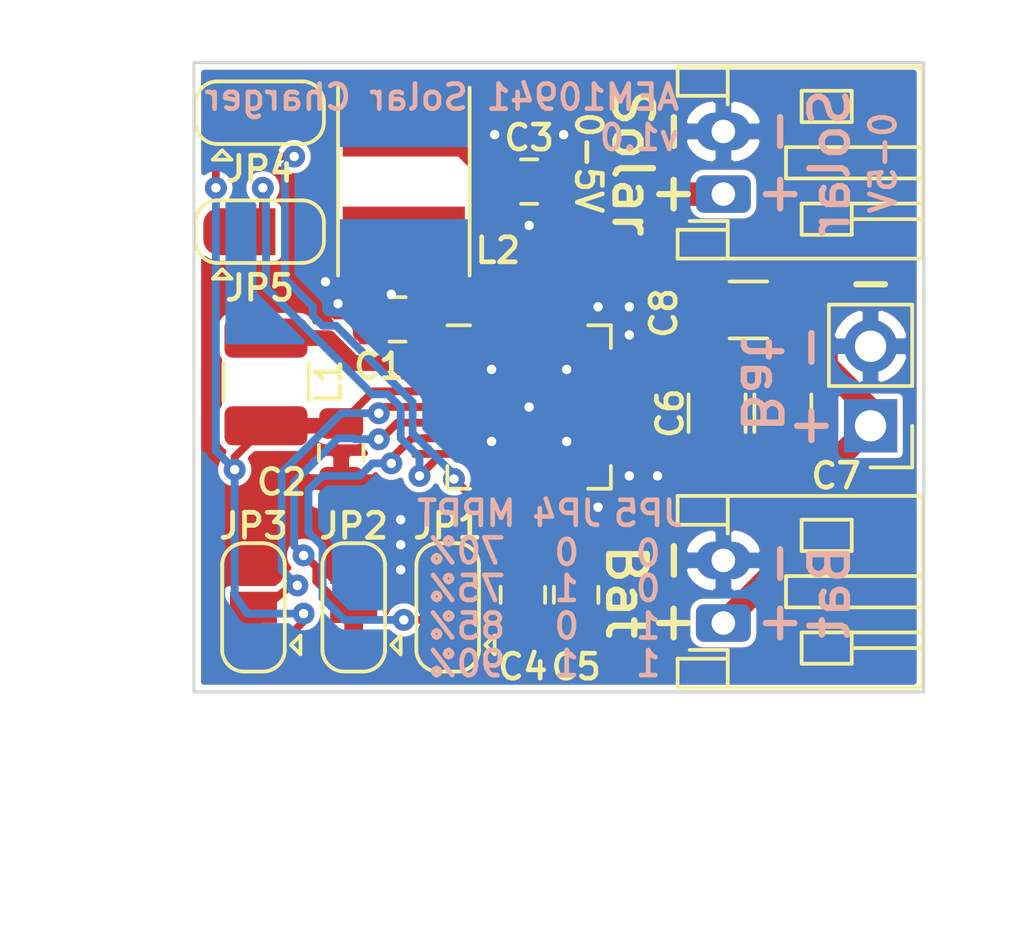
<source format=kicad_pcb>
(kicad_pcb (version 20211014) (generator pcbnew)
  (layers (0 "F.Cu" signal) (31 "B.Cu" signal) (34 "B.Paste" user) (35 "F.Paste" user) (36 "B.SilkS" user "B.Silkscreen") (37 "F.SilkS" user "F.Silkscreen") (38 "B.Mask" user) (39 "F.Mask" user) (44 "Edge.Cuts" user))
  (net 0 "")
  (net 1 "GND")
  (net 2 "Net-(C1-Pad1)")
  (net 3 "/BUCK")
  (net 4 "Net-(C3-Pad1)")
  (net 5 "Net-(C4-Pad1)")
  (net 6 "Net-(C5-Pad1)")
  (net 7 "/BATT")
  (net 8 "/V_PV")
  (net 9 "/CFG[0]")
  (net 10 "/CFG[1]")
  (net 11 "/CFG[2]")
  (net 12 "/SELMPP[0]")
  (net 13 "/SELMPP[1]")
  (net 14 "Net-(L1-Pad2)")
  (net 15 "Net-(L2-Pad1)")
  (net 16 "Net-(U1-Pad24)")
  (net 17 "Net-(U1-Pad23)")
  (net 18 "Net-(U1-Pad22)")
  (net 19 "Net-(U1-Pad21)")
  (net 20 "Net-(U1-Pad20)")
  (net 21 "Net-(U1-Pad19)")
  (net 22 "Net-(U1-Pad13)")
  (footprint "Capacitor_SMD:C_0805_2012Metric" (layer "F.Cu") (at 146.8 114.2 180)
    (fp_text reference "C1" (at 0.6 -1.5) (layer "F.SilkS") (effects (font (size 0.8 0.8))))
    (fp_text value "22uF")
    (fp_line (start -0.258578 0.71) (end 0.258578 0.71) (layer "F.SilkS") (width 0.12))
    (fp_line (start -0.258578 -0.71) (end 0.258578 -0.71) (layer "F.SilkS") (width 0.12))
    (pad "1" smd roundrect locked (at -0.9375 0 180) (size 0.975 1.4) (layers "F.Cu" "F.Paste" "F.Mask") (net 2 "Net-(C1-Pad1)"))
    (pad "2" smd roundrect locked (at 0.9375 0 180) (size 0.975 1.4) (layers "F.Cu" "F.Paste" "F.Mask") (net 1 "GND"))
  )
  (footprint "Capacitor_SMD:C_0805_2012Metric" (layer "F.Cu") (at 145 118.4625 -90)
    (fp_text reference "C2" (at 0.9375 1.9 180) (layer "F.SilkS") (effects (font (size 0.8 0.8))))
    (fp_text value "10uF")
    (fp_line (start -0.258578 0.71) (end 0.258578 0.71) (layer "F.SilkS") (width 0.12))
    (fp_line (start -0.258578 -0.71) (end 0.258578 -0.71) (layer "F.SilkS") (width 0.12))
    (pad "1" smd roundrect locked (at -0.9375 0 270) (size 0.975 1.4) (layers "F.Cu" "F.Paste" "F.Mask") (net 3 "/BUCK"))
    (pad "2" smd roundrect locked (at 0.9375 0 270) (size 0.975 1.4) (layers "F.Cu" "F.Paste" "F.Mask") (net 1 "GND"))
  )
  (footprint "Capacitor_SMD:C_0805_2012Metric" (layer "F.Cu") (at 151 109.8)
    (fp_text reference "C3" (at 0 -1.4) (layer "F.SilkS") (effects (font (size 0.8 0.8))))
    (fp_text value "47uF")
    (fp_line (start -0.258578 0.71) (end 0.258578 0.71) (layer "F.SilkS") (width 0.12))
    (fp_line (start -0.258578 -0.71) (end 0.258578 -0.71) (layer "F.SilkS") (width 0.12))
    (pad "1" smd roundrect locked (at -0.9375 0) (size 0.975 1.4) (layers "F.Cu" "F.Paste" "F.Mask") (net 4 "Net-(C3-Pad1)"))
    (pad "2" smd roundrect locked (at 0.9375 0) (size 0.975 1.4) (layers "F.Cu" "F.Paste" "F.Mask") (net 1 "GND"))
  )
  (footprint "Capacitor_SMD:C_0805_2012Metric" (layer "F.Cu") (at 152.5 123 -90)
    (fp_text reference "C5" (at 2.3 0 180) (layer "F.SilkS") (effects (font (size 0.8 0.8))))
    (fp_text value "10uF")
    (fp_line (start -0.258578 0.71) (end 0.258578 0.71) (layer "F.SilkS") (width 0.12))
    (fp_line (start -0.258578 -0.71) (end 0.258578 -0.71) (layer "F.SilkS") (width 0.12))
    (pad "1" smd roundrect locked (at -0.9375 0 270) (size 0.975 1.4) (layers "F.Cu" "F.Paste" "F.Mask") (net 6 "Net-(C5-Pad1)"))
    (pad "2" smd roundrect locked (at 0.9375 0 270) (size 0.975 1.4) (layers "F.Cu" "F.Paste" "F.Mask") (net 1 "GND"))
  )
  (footprint "Capacitor_SMD:C_1206_3216Metric" (layer "F.Cu") (at 157 117.2 90)
    (fp_text reference "C6" (at 0 -1.5 270) (layer "F.SilkS") (effects (font (size 0.8 0.8))))
    (fp_text value "47uF")
    (fp_line (start -0.602064 0.91) (end 0.602064 0.91) (layer "F.SilkS") (width 0.12))
    (fp_line (start -0.602064 -0.91) (end 0.602064 -0.91) (layer "F.SilkS") (width 0.12))
    (pad "1" smd roundrect locked (at -1.4 0 90) (size 1.25 1.75) (layers "F.Cu" "F.Paste" "F.Mask") (roundrect_rratio 0.2) (net 7 "/BATT"))
    (pad "2" smd roundrect locked (at 1.4 0 90) (size 1.25 1.75) (layers "F.Cu" "F.Paste" "F.Mask") (roundrect_rratio 0.2) (net 1 "GND"))
  )
  (footprint "Connector_JST:JST_PH_S2B-PH-K_1x02_P2.00mm_Horizontal" (layer "F.Cu") (at 157.2 110.2 90)
    (fp_text reference "J1" hide)
    (fp_text value "Conn_01x02")
    (fp_line (start 2.3 2.5) (end 3.3 2.5) (layer "F.SilkS") (width 0.12))
    (fp_line (start -0.8 4.1) (end -0.8 6.36) (layer "F.SilkS") (width 0.12))
    (fp_line (start 0.5 6.36) (end 0.5 2) (layer "F.SilkS") (width 0.12))
    (fp_line (start -2.06 -1.46) (end -2.06 6.36) (layer "F.SilkS") (width 0.12))
    (fp_line (start -0.3 4.1) (end -0.3 2.5) (layer "F.SilkS") (width 0.12))
    (fp_line (start -2.06 6.36) (end 4.06 6.36) (layer "F.SilkS") (width 0.12))
    (fp_line (start 4.06 -1.46) (end 3.14 -1.46) (layer "F.SilkS") (width 0.12))
    (fp_line (start -1.14 -1.46) (end -2.06 -1.46) (layer "F.SilkS") (width 0.12))
    (fp_line (start 3.3 4.1) (end 2.3 4.1) (layer "F.SilkS") (width 0.12))
    (fp_line (start -1.14 0.14) (end -1.14 -1.46) (layer "F.SilkS") (width 0.12))
    (fp_line (start 4.06 0.14) (end 3.14 0.14) (layer "F.SilkS") (width 0.12))
    (fp_line (start 3.14 -1.46) (end 3.14 0.14) (layer "F.SilkS") (width 0.12))
    (fp_line (start 3.14 0.14) (end 2.86 0.14) (layer "F.SilkS") (width 0.12))
    (fp_line (start -1.3 2.5) (end -1.3 4.1) (layer "F.SilkS") (width 0.12))
    (fp_line (start 2.3 4.1) (end 2.3 2.5) (layer "F.SilkS") (width 0.12))
    (fp_line (start 1.5 2) (end 1.5 6.36) (layer "F.SilkS") (width 0.12))
    (fp_line (start 3.3 2.5) (end 3.3 4.1) (layer "F.SilkS") (width 0.12))
    (fp_line (start -0.3 4.1) (end -0.3 6.36) (layer "F.SilkS") (width 0.12))
    (fp_line (start 0.5 2) (end 1.5 2) (layer "F.SilkS") (width 0.12))
    (fp_line (start -0.3 2.5) (end -1.3 2.5) (layer "F.SilkS") (width 0.12))
    (fp_line (start 4.06 6.36) (end 4.06 -1.46) (layer "F.SilkS") (width 0.12))
    (fp_line (start -1.3 4.1) (end -0.3 4.1) (layer "F.SilkS") (width 0.12))
    (fp_line (start -0.86 0.14) (end -1.14 0.14) (layer "F.SilkS") (width 0.12))
    (fp_line (start -0.86 0.14) (end -0.86 -1.075) (layer "F.SilkS") (width 0.12))
    (fp_line (start -2.06 0.14) (end -1.14 0.14) (layer "F.SilkS") (width 0.12))
    (pad "1" thru_hole roundrect locked (at 0 0 90) (size 1.2 1.75) (drill 0.75) (layers *.Cu *.Mask) (roundrect_rratio 0.208333) (net 8 "/V_PV"))
    (pad "2" thru_hole oval locked (at 2 0 90) (size 1.2 1.75) (drill 0.75) (layers *.Cu *.Mask) (net 1 "GND"))
  )
  (footprint "Connector_JST:JST_PH_S2B-PH-K_1x02_P2.00mm_Horizontal" (layer "F.Cu") (at 157.2 123.9 90)
    (fp_text reference "J2" hide)
    (fp_text value "Conn_01x02")
    (fp_line (start -0.86 0.14) (end -0.86 -1.075) (layer "F.SilkS") (width 0.12))
    (fp_line (start 2.3 4.1) (end 2.3 2.5) (layer "F.SilkS") (width 0.12))
    (fp_line (start 1.5 2) (end 1.5 6.36) (layer "F.SilkS") (width 0.12))
    (fp_line (start -1.14 -1.46) (end -2.06 -1.46) (layer "F.SilkS") (width 0.12))
    (fp_line (start -1.3 4.1) (end -0.3 4.1) (layer "F.SilkS") (width 0.12))
    (fp_line (start -0.3 4.1) (end -0.3 2.5) (layer "F.SilkS") (width 0.12))
    (fp_line (start 3.3 2.5) (end 3.3 4.1) (layer "F.SilkS") (width 0.12))
    (fp_line (start -2.06 -1.46) (end -2.06 6.36) (layer "F.SilkS") (width 0.12))
    (fp_line (start -1.14 0.14) (end -1.14 -1.46) (layer "F.SilkS") (width 0.12))
    (fp_line (start -0.8 4.1) (end -0.8 6.36) (layer "F.SilkS") (width 0.12))
    (fp_line (start 2.3 2.5) (end 3.3 2.5) (layer "F.SilkS") (width 0.12))
    (fp_line (start 0.5 2) (end 1.5 2) (layer "F.SilkS") (width 0.12))
    (fp_line (start 3.14 0.14) (end 2.86 0.14) (layer "F.SilkS") (width 0.12))
    (fp_line (start 4.06 0.14) (end 3.14 0.14) (layer "F.SilkS") (width 0.12))
    (fp_line (start 4.06 6.36) (end 4.06 -1.46) (layer "F.SilkS") (width 0.12))
    (fp_line (start -0.3 4.1) (end -0.3 6.36) (layer "F.SilkS") (width 0.12))
    (fp_line (start -2.06 6.36) (end 4.06 6.36) (layer "F.SilkS") (width 0.12))
    (fp_line (start -1.3 2.5) (end -1.3 4.1) (layer "F.SilkS") (width 0.12))
    (fp_line (start -0.3 2.5) (end -1.3 2.5) (layer "F.SilkS") (width 0.12))
    (fp_line (start 3.3 4.1) (end 2.3 4.1) (layer "F.SilkS") (width 0.12))
    (fp_line (start -0.86 0.14) (end -1.14 0.14) (layer "F.SilkS") (width 0.12))
    (fp_line (start 4.06 -1.46) (end 3.14 -1.46) (layer "F.SilkS") (width 0.12))
    (fp_line (start 3.14 -1.46) (end 3.14 0.14) (layer "F.SilkS") (width 0.12))
    (fp_line (start -2.06 0.14) (end -1.14 0.14) (layer "F.SilkS") (width 0.12))
    (fp_line (start 0.5 6.36) (end 0.5 2) (layer "F.SilkS") (width 0.12))
    (pad "1" thru_hole roundrect locked (at 0 0 90) (size 1.2 1.75) (drill 0.75) (layers *.Cu *.Mask) (roundrect_rratio 0.208333) (net 7 "/BATT"))
    (pad "2" thru_hole oval locked (at 2 0 90) (size 1.2 1.75) (drill 0.75) (layers *.Cu *.Mask) (net 1 "GND"))
  )
  (footprint "Jumper:SolderJumper-3_P1.3mm_Bridged12_RoundedPad1.0x1.5mm" (layer "F.Cu") (at 148.4 123.4 90)
    (fp_text reference "JP1" (at 2.6 0 180) (layer "F.SilkS") (effects (font (size 0.8 0.8))))
    (fp_text value "SolderJumper_3_Bridged12")
    (fp_poly (pts (xy -0.9 -0.3) (xy -0.4 -0.3) (xy -0.4 0.3) (xy -0.9 0.3)) (layer "F.Cu") (width 0) (fill solid))
    (fp_line (start -1.2 1.2) (end -1.5 1.5) (layer "F.SilkS") (width 0.12))
    (fp_line (start -1.5 1.5) (end -0.9 1.5) (layer "F.SilkS") (width 0.12))
    (fp_line (start -1.2 1.2) (end -0.9 1.5) (layer "F.SilkS") (width 0.12))
    (fp_line (start -1.4 -1) (end 1.4 -1) (layer "F.SilkS") (width 0.12))
    (fp_line (start 1.4 1) (end -1.4 1) (layer "F.SilkS") (width 0.12))
    (fp_line (start 2.05 -0.3) (end 2.05 0.3) (layer "F.SilkS") (width 0.12))
    (fp_line (start -2.05 0.3) (end -2.05 -0.3) (layer "F.SilkS") (width 0.12))
    (fp_arc (start 2.05 0.3) (mid 1.844975 0.794975) (end 1.35 1) (layer "F.SilkS") (width 0.12))
    (fp_arc (start 1.35 -1) (mid 1.844975 -0.794975) (end 2.05 -0.3) (layer "F.SilkS") (width 0.12))
    (fp_arc (start -1.35 1) (mid -1.844975 0.794975) (end -2.05 0.3) (layer "F.SilkS") (width 0.12))
    (fp_arc (start -2.05 -0.3) (mid -1.844975 -0.794975) (end -1.35 -1) (layer "F.SilkS") (width 0.12))
    (pad "1" smd custom locked (at -1.3 0 90) (size 1 0.5) (layers "F.Cu" "F.Mask") (net 3 "/BUCK") (options (clearance outline) (anchor rect)) (primitives (gr_circle (center 0 0.25) (end 0.5 0.25) (width 0) (fill yes)) (gr_circle (center 0 -0.25) (end 0.5 -0.25) (width 0) (fill yes)) (gr_poly (pts (xy 0.55 0.75) (xy 0 0.75) (xy 0 -0.75) (xy 0.55 -0.75)) (width 0) (fill yes))))
    (pad "2" smd rect locked (at 0 0 90) (size 1 1.5) (layers "F.Cu" "F.Mask") (net 9 "/CFG[0]"))
    (pad "3" smd custom locked (at 1.3 0 90) (size 1 0.5) (layers "F.Cu" "F.Mask") (net 1 "GND") (options (clearance outline) (anchor rect)) (primitives (gr_circle (center 0 0.25) (end 0.5 0.25) (width 0) (fill yes)) (gr_circle (center 0 -0.25) (end 0.5 -0.25) (width 0) (fill yes)) (gr_poly (pts (xy 0 0.75) (xy -0.55 0.75) (xy -0.55 -0.75) (xy 0 -0.75)) (width 0) (fill yes))))
  )
  (footprint "Jumper:SolderJumper-3_P1.3mm_Bridged12_RoundedPad1.0x1.5mm" (layer "F.Cu") (at 145.4 123.4 90)
    (fp_text reference "JP2" (at 2.6 0 180) (layer "F.SilkS") (effects (font (size 0.8 0.8))))
    (fp_text value "SolderJumper_3_Bridged12")
    (fp_poly (pts (xy -0.9 -0.3) (xy -0.4 -0.3) (xy -0.4 0.3) (xy -0.9 0.3)) (layer "F.Cu") (width 0) (fill solid))
    (fp_line (start -2.05 0.3) (end -2.05 -0.3) (layer "F.SilkS") (width 0.12))
    (fp_line (start -1.2 1.2) (end -1.5 1.5) (layer "F.SilkS") (width 0.12))
    (fp_line (start 1.4 1) (end -1.4 1) (layer "F.SilkS") (width 0.12))
    (fp_line (start -1.2 1.2) (end -0.9 1.5) (layer "F.SilkS") (width 0.12))
    (fp_line (start 2.05 -0.3) (end 2.05 0.3) (layer "F.SilkS") (width 0.12))
    (fp_line (start -1.4 -1) (end 1.4 -1) (layer "F.SilkS") (width 0.12))
    (fp_line (start -1.5 1.5) (end -0.9 1.5) (layer "F.SilkS") (width 0.12))
    (fp_arc (start 2.05 0.3) (mid 1.844975 0.794975) (end 1.35 1) (layer "F.SilkS") (width 0.12))
    (fp_arc (start -1.35 1) (mid -1.844975 0.794975) (end -2.05 0.3) (layer "F.SilkS") (width 0.12))
    (fp_arc (start 1.35 -1) (mid 1.844975 -0.794975) (end 2.05 -0.3) (layer "F.SilkS") (width 0.12))
    (fp_arc (start -2.05 -0.3) (mid -1.844975 -0.794975) (end -1.35 -1) (layer "F.SilkS") (width 0.12))
    (pad "1" smd custom locked (at -1.3 0 90) (size 1 0.5) (layers "F.Cu" "F.Mask") (net 3 "/BUCK") (options (clearance outline) (anchor rect)) (primitives (gr_circle (center 0 0.25) (end 0.5 0.25) (width 0) (fill yes)) (gr_circle (center 0 -0.25) (end 0.5 -0.25) (width 0) (fill yes)) (gr_poly (pts (xy 0.55 0.75) (xy 0 0.75) (xy 0 -0.75) (xy 0.55 -0.75)) (width 0) (fill yes))))
    (pad "2" smd rect locked (at 0 0 90) (size 1 1.5) (layers "F.Cu" "F.Mask") (net 10 "/CFG[1]"))
    (pad "3" smd custom locked (at 1.3 0 90) (size 1 0.5) (layers "F.Cu" "F.Mask") (net 1 "GND") (options (clearance outline) (anchor rect)) (primitives (gr_circle (center 0 0.25) (end 0.5 0.25) (width 0) (fill yes)) (gr_circle (center 0 -0.25) (end 0.5 -0.25) (width 0) (fill yes)) (gr_poly (pts (xy 0 0.75) (xy -0.55 0.75) (xy -0.55 -0.75) (xy 0 -0.75)) (width 0) (fill yes))))
  )
  (footprint "Jumper:SolderJumper-3_P1.3mm_Bridged12_RoundedPad1.0x1.5mm" (layer "F.Cu") (at 142.2 123.4 90)
    (fp_text reference "JP3" (at 2.6 0 180) (layer "F.SilkS") (effects (font (size 0.8 0.8))))
    (fp_text value "SolderJumper_3_Bridged12")
    (fp_poly (pts (xy -0.9 -0.3) (xy -0.4 -0.3) (xy -0.4 0.3) (xy -0.9 0.3)) (layer "F.Cu") (width 0) (fill solid))
    (fp_line (start 2.05 -0.3) (end 2.05 0.3) (layer "F.SilkS") (width 0.12))
    (fp_line (start -1.4 -1) (end 1.4 -1) (layer "F.SilkS") (width 0.12))
    (fp_line (start -1.2 1.2) (end -0.9 1.5) (layer "F.SilkS") (width 0.12))
    (fp_line (start -2.05 0.3) (end -2.05 -0.3) (layer "F.SilkS") (width 0.12))
    (fp_line (start -1.5 1.5) (end -0.9 1.5) (layer "F.SilkS") (width 0.12))
    (fp_line (start 1.4 1) (end -1.4 1) (layer "F.SilkS") (width 0.12))
    (fp_line (start -1.2 1.2) (end -1.5 1.5) (layer "F.SilkS") (width 0.12))
    (fp_arc (start 1.35 -1) (mid 1.844975 -0.794975) (end 2.05 -0.3) (layer "F.SilkS") (width 0.12))
    (fp_arc (start 2.05 0.3) (mid 1.844975 0.794975) (end 1.35 1) (layer "F.SilkS") (width 0.12))
    (fp_arc (start -2.05 -0.3) (mid -1.844975 -0.794975) (end -1.35 -1) (layer "F.SilkS") (width 0.12))
    (fp_arc (start -1.35 1) (mid -1.844975 0.794975) (end -2.05 0.3) (layer "F.SilkS") (width 0.12))
    (pad "1" smd custom locked (at -1.3 0 90) (size 1 0.5) (layers "F.Cu" "F.Mask") (net 3 "/BUCK") (options (clearance outline) (anchor rect)) (primitives (gr_circle (center 0 0.25) (end 0.5 0.25) (width 0) (fill yes)) (gr_circle (center 0 -0.25) (end 0.5 -0.25) (width 0) (fill yes)) (gr_poly (pts (xy 0.55 0.75) (xy 0 0.75) (xy 0 -0.75) (xy 0.55 -0.75)) (width 0) (fill yes))))
    (pad "2" smd rect locked (at 0 0 90) (size 1 1.5) (layers "F.Cu" "F.Mask") (net 11 "/CFG[2]"))
    (pad "3" smd custom locked (at 1.3 0 90) (size 1 0.5) (layers "F.Cu" "F.Mask") (net 1 "GND") (options (clearance outline) (anchor rect)) (primitives (gr_circle (center 0 0.25) (end 0.5 0.25) (width 0) (fill yes)) (gr_circle (center 0 -0.25) (end 0.5 -0.25) (width 0) (fill yes)) (gr_poly (pts (xy 0 0.75) (xy -0.55 0.75) (xy -0.55 -0.75) (xy 0 -0.75)) (width 0) (fill yes))))
  )
  (footprint "Jumper:SolderJumper-3_P1.3mm_Open_RoundedPad1.0x1.5mm" (layer "F.Cu") (at 142.4 107.6)
    (fp_text reference "JP4" (at 0 1.8 180) (layer "F.SilkS") (effects (font (size 0.8 0.8))))
    (fp_text value "SolderJumper_3_Open")
    (fp_line (start 2.05 -0.3) (end 2.05 0.3) (layer "F.SilkS") (width 0.12))
    (fp_line (start 1.4 1) (end -1.4 1) (layer "F.SilkS") (width 0.12))
    (fp_line (start -1.2 1.2) (end -0.9 1.5) (layer "F.SilkS") (width 0.12))
    (fp_line (start -1.4 -1) (end 1.4 -1) (layer "F.SilkS") (width 0.12))
    (fp_line (start -1.5 1.5) (end -0.9 1.5) (layer "F.SilkS") (width 0.12))
    (fp_line (start -2.05 0.3) (end -2.05 -0.3) (layer "F.SilkS") (width 0.12))
    (fp_line (start -1.2 1.2) (end -1.5 1.5) (layer "F.SilkS") (width 0.12))
    (fp_arc (start -2.05 -0.3) (mid -1.844975 -0.794975) (end -1.35 -1) (layer "F.SilkS") (width 0.12))
    (fp_arc (start -1.35 1) (mid -1.844975 0.794975) (end -2.05 0.3) (layer "F.SilkS") (width 0.12))
    (fp_arc (start 1.35 -1) (mid 1.844975 -0.794975) (end 2.05 -0.3) (layer "F.SilkS") (width 0.12))
    (fp_arc (start 2.05 0.3) (mid 1.844975 0.794975) (end 1.35 1) (layer "F.SilkS") (width 0.12))
    (pad "1" smd custom locked (at -1.3 0) (size 1 0.5) (layers "F.Cu" "F.Mask") (net 3 "/BUCK") (options (clearance outline) (anchor rect)) (primitives (gr_circle (center 0 0.25) (end 0.5 0.25) (width 0) (fill yes)) (gr_circle (center 0 -0.25) (end 0.5 -0.25) (width 0) (fill yes)) (gr_poly (pts (xy 0.55 0.75) (xy 0 0.75) (xy 0 -0.75) (xy 0.55 -0.75)) (width 0) (fill yes))))
    (pad "2" smd rect locked (at 0 0) (size 1 1.5) (layers "F.Cu" "F.Mask") (net 12 "/SELMPP[0]"))
    (pad "3" smd custom locked (at 1.3 0) (size 1 0.5) (layers "F.Cu" "F.Mask") (net 1 "GND") (options (clearance outline) (anchor rect)) (primitives (gr_circle (center 0 0.25) (end 0.5 0.25) (width 0) (fill yes)) (gr_circle (center 0 -0.25) (end 0.5 -0.25) (width 0) (fill yes)) (gr_poly (pts (xy 0 0.75) (xy -0.55 0.75) (xy -0.55 -0.75) (xy 0 -0.75)) (width 0) (fill yes))))
  )
  (footprint "Jumper:SolderJumper-3_P1.3mm_Open_RoundedPad1.0x1.5mm" (layer "F.Cu") (at 142.4 111.4)
    (fp_text reference "JP5" (at 0 1.8 180) (layer "F.SilkS") (effects (font (size 0.8 0.8))))
    (fp_text value "SolderJumper_3_Open")
    (fp_line (start -1.2 1.2) (end -0.9 1.5) (layer "F.SilkS") (width 0.12))
    (fp_line (start 2.05 -0.3) (end 2.05 0.3) (layer "F.SilkS") (width 0.12))
    (fp_line (start -1.5 1.5) (end -0.9 1.5) (layer "F.SilkS") (width 0.12))
    (fp_line (start -1.2 1.2) (end -1.5 1.5) (layer "F.SilkS") (width 0.12))
    (fp_line (start -2.05 0.3) (end -2.05 -0.3) (layer "F.SilkS") (width 0.12))
    (fp_line (start 1.4 1) (end -1.4 1) (layer "F.SilkS") (width 0.12))
    (fp_line (start -1.4 -1) (end 1.4 -1) (layer "F.SilkS") (width 0.12))
    (fp_arc (start 1.35 -1) (mid 1.844975 -0.794975) (end 2.05 -0.3) (layer "F.SilkS") (width 0.12))
    (fp_arc (start -2.05 -0.3) (mid -1.844975 -0.794975) (end -1.35 -1) (layer "F.SilkS") (width 0.12))
    (fp_arc (start 2.05 0.3) (mid 1.844975 0.794975) (end 1.35 1) (layer "F.SilkS") (width 0.12))
    (fp_arc (start -1.35 1) (mid -1.844975 0.794975) (end -2.05 0.3) (layer "F.SilkS") (width 0.12))
    (pad "1" smd custom locked (at -1.3 0) (size 1 0.5) (layers "F.Cu" "F.Mask") (net 3 "/BUCK") (options (clearance outline) (anchor rect)) (primitives (gr_circle (center 0 0.25) (end 0.5 0.25) (width 0) (fill yes)) (gr_circle (center 0 -0.25) (end 0.5 -0.25) (width 0) (fill yes)) (gr_poly (pts (xy 0.55 0.75) (xy 0 0.75) (xy 0 -0.75) (xy 0.55 -0.75)) (width 0) (fill yes))))
    (pad "2" smd rect locked (at 0 0) (size 1 1.5) (layers "F.Cu" "F.Mask") (net 13 "/SELMPP[1]"))
    (pad "3" smd custom locked (at 1.3 0) (size 1 0.5) (layers "F.Cu" "F.Mask") (net 1 "GND") (options (clearance outline) (anchor rect)) (primitives (gr_circle (center 0 0.25) (end 0.5 0.25) (width 0) (fill yes)) (gr_circle (center 0 -0.25) (end 0.5 -0.25) (width 0) (fill yes)) (gr_poly (pts (xy 0 0.75) (xy -0.55 0.75) (xy -0.55 -0.75) (xy 0 -0.75)) (width 0) (fill yes))))
  )
  (footprint "Inductor_SMD:L_1210_3225Metric" (layer "F.Cu") (at 142.6 116.2 90)
    (fp_text reference "L1" (at 0 2 90) (layer "F.SilkS") (effects (font (size 0.8 0.8))))
    (fp_text value "10uH")
    (fp_line (start -0.602064 -1.36) (end 0.602064 -1.36) (layer "F.SilkS") (width 0.12))
    (fp_line (start -0.602064 1.36) (end 0.602064 1.36) (layer "F.SilkS") (width 0.12))
    (pad "1" smd roundrect locked (at -1.4 0 90) (size 1.25 2.65) (layers "F.Cu" "F.Paste" "F.Mask") (roundrect_rratio 0.2) (net 3 "/BUCK"))
    (pad "2" smd roundrect locked (at 1.4 0 90) (size 1.25 2.65) (layers "F.Cu" "F.Paste" "F.Mask") (roundrect_rratio 0.2) (net 14 "Net-(L1-Pad2)"))
  )
  (footprint "Inductor_SMD:L_Taiyo-Yuden_NR-40xx_HandSoldering" (layer "F.Cu") (at 147 109.8 90)
    (fp_text reference "L2" (at -2.2 3 180) (layer "F.SilkS") (effects (font (size 0.8 0.8))))
    (fp_text value "22uH")
    (fp_line (start -3 -2.1) (end 3 -2.1) (layer "F.SilkS") (width 0.12))
    (fp_line (start -3 2.1) (end 3 2.1) (layer "F.SilkS") (width 0.12))
    (pad "1" smd rect locked (at -1.9 0 90) (size 2.2 3.9) (layers "F.Cu" "F.Paste" "F.Mask") (net 15 "Net-(L2-Pad1)"))
    (pad "2" smd rect locked (at 1.9 0 90) (size 2.2 3.9) (layers "F.Cu" "F.Paste" "F.Mask") (net 4 "Net-(C3-Pad1)"))
  )
  (footprint "jouni:QFN-28-1EP_5x5mm_P0.5mm_EP3.35x3.35mm_handsolder" (layer "F.Cu") (at 151 117)
    (fp_text reference "U1" hide)
    (fp_text value "AEM10941")
    (fp_line (start -1.885 -2.61) (end -2.61 -2.61) (layer "F.SilkS") (width 0.12))
    (fp_line (start 1.885 2.61) (end 2.61 2.61) (layer "F.SilkS") (width 0.12))
    (fp_line (start 2.61 2.61) (end 2.61 1.885) (layer "F.SilkS") (width 0.12))
    (fp_line (start -1.885 2.61) (end -2.61 2.61) (layer "F.SilkS") (width 0.12))
    (fp_line (start 1.885 -2.61) (end 2.61 -2.61) (layer "F.SilkS") (width 0.12))
    (fp_line (start -2.61 2.61) (end -2.61 1.885) (layer "F.SilkS") (width 0.12))
    (fp_line (start 2.61 -2.61) (end 2.61 -1.885) (layer "F.SilkS") (width 0.12))
    (pad "1" smd roundrect locked (at -2.9 -1.5) (size 1.7 0.25) (layers "F.Cu" "F.Paste" "F.Mask") (net 2 "Net-(C1-Pad1)"))
    (pad "2" smd roundrect locked (at -2.9 -1) (size 1.7 0.25) (layers "F.Cu" "F.Paste" "F.Mask") (net 14 "Net-(L1-Pad2)"))
    (pad "3" smd roundrect locked (at -2.9 -0.5) (size 1.7 0.25) (layers "F.Cu" "F.Paste" "F.Mask") (net 3 "/BUCK"))
    (pad "4" smd roundrect locked (at -2.9 0) (size 1.7 0.25) (layers "F.Cu" "F.Paste" "F.Mask") (net 11 "/CFG[2]"))
    (pad "5" smd roundrect locked (at -2.9 0.5) (size 1.7 0.25) (layers "F.Cu" "F.Paste" "F.Mask") (net 10 "/CFG[1]"))
    (pad "6" smd roundrect locked (at -2.9 1) (size 1.7 0.25) (layers "F.Cu" "F.Paste" "F.Mask") (net 9 "/CFG[0]"))
    (pad "7" smd roundrect locked (at -2.9 1.5) (size 1.7 0.25) (layers "F.Cu" "F.Paste" "F.Mask") (net 13 "/SELMPP[1]"))
    (pad "8" smd roundrect locked (at -1.5 2.9) (size 0.25 1.7) (layers "F.Cu" "F.Paste" "F.Mask") (net 12 "/SELMPP[0]"))
    (pad "9" smd roundrect locked (at -1 2.9) (size 0.25 1.7) (layers "F.Cu" "F.Paste" "F.Mask") (net 1 "GND"))
    (pad "10" smd roundrect locked (at -0.5 2.9) (size 0.25 1.7) (layers "F.Cu" "F.Paste" "F.Mask") (net 1 "GND"))
    (pad "11" smd roundrect locked (at 0 2.9) (size 0.25 1.7) (layers "F.Cu" "F.Paste" "F.Mask") (net 5 "Net-(C4-Pad1)"))
    (pad "12" smd roundrect locked (at 0.5 2.9) (size 0.25 1.7) (layers "F.Cu" "F.Paste" "F.Mask") (net 1 "GND"))
    (pad "13" smd roundrect locked (at 1 2.9) (size 0.25 1.7) (layers "F.Cu" "F.Paste" "F.Mask") (net 22 "Net-(U1-Pad13)"))
    (pad "14" smd roundrect locked (at 1.5 2.9) (size 0.25 1.7) (layers "F.Cu" "F.Paste" "F.Mask") (net 6 "Net-(C5-Pad1)"))
    (pad "15" smd roundrect locked (at 2.9 1.5) (size 1.7 0.25) (layers "F.Cu" "F.Paste" "F.Mask") (net 1 "GND"))
    (pad "16" smd roundrect locked (at 2.9 1) (size 1.7 0.25) (layers "F.Cu" "F.Paste" "F.Mask") (net 7 "/BATT"))
    (pad "17" smd roundrect locked (at 2.9 0.5) (size 1.7 0.25) (layers "F.Cu" "F.Paste" "F.Mask") (net 1 "GND"))
    (pad "18" smd roundrect locked (at 2.9 0) (size 1.7 0.25) (layers "F.Cu" "F.Paste" "F.Mask") (net 1 "GND"))
    (pad "19" smd roundrect locked (at 2.9 -0.5) (size 1.7 0.25) (layers "F.Cu" "F.Paste" "F.Mask") (net 21 "Net-(U1-Pad19)"))
    (pad "20" smd roundrect locked (at 2.9 -1) (size 1.7 0.25) (layers "F.Cu" "F.Paste" "F.Mask") (net 20 "Net-(U1-Pad20)"))
    (pad "21" smd roundrect locked (at 2.9 -1.5) (size 1.7 0.25) (layers "F.Cu" "F.Paste" "F.Mask") (net 19 "Net-(U1-Pad21)"))
    (pad "22" smd roundrect locked (at 1.5 -2.9) (size 0.25 1.7) (layers "F.Cu" "F.Paste" "F.Mask") (net 18 "Net-(U1-Pad22)"))
    (pad "23" smd roundrect locked (at 1 -2.9) (size 0.25 1.7) (layers "F.Cu" "F.Paste" "F.Mask") (net 17 "Net-(U1-Pad23)"))
    (pad "24" smd roundrect locked (at 0.5 -2.9) (size 0.25 1.7) (layers "F.Cu" "F.Paste" "F.Mask") (net 16 "Net-(U1-Pad24)"))
    (pad "25" smd roundrect locked (at 0 -2.9) (size 0.25 1.7) (layers "F.Cu" "F.Paste" "F.Mask") (net 8 "/V_PV"))
    (pad "26" smd roundrect locked (at -0.5 -2.9) (size 0.25 1.7) (layers "F.Cu" "F.Paste" "F.Mask") (net 8 "/V_PV"))
    (pad "27" smd roundrect locked (at -1 -2.9) (size 0.25 1.7) (layers "F.Cu" "F.Paste" "F.Mask") (net 4 "Net-(C3-Pad1)"))
    (pad "28" smd roundrect locked (at -1.5 -2.9) (size 0.25 1.7) (layers "F.Cu" "F.Paste" "F.Mask") (net 15 "Net-(L2-Pad1)"))
    (pad "29" smd rect locked (at 0 0) (size 3.35 3.35) (layers "F.Cu" "F.Mask") (net 1 "GND"))
  )
  (footprint "Capacitor_SMD:C_0805_2012Metric" (layer "F.Cu") (at 150.8 123 -90)
    (fp_text reference "C4" (at 2.3 0 180) (layer "F.SilkS") (effects (font (size 0.8 0.8))))
    (fp_text value "10uF")
    (fp_line (start -0.258578 0.71) (end 0.258578 0.71) (layer "F.SilkS") (width 0.12))
    (fp_line (start -0.258578 -0.71) (end 0.258578 -0.71) (layer "F.SilkS") (width 0.12))
    (pad "1" smd roundrect locked (at -0.9375 0 270) (size 0.975 1.4) (layers "F.Cu" "F.Paste" "F.Mask") (net 5 "Net-(C4-Pad1)"))
    (pad "2" smd roundrect locked (at 0.9375 0 270) (size 0.975 1.4) (layers "F.Cu" "F.Paste" "F.Mask") (net 1 "GND"))
  )
  (footprint "Connector_PinHeader_2.54mm:PinHeader_1x02_P2.54mm_Vertical" (layer "F.Cu") (at 161.9 117.6 180)
    (fp_text reference "J3" hide)
    (fp_text value "Conn_01x02")
    (fp_line (start -1.33 3.87) (end 1.33 3.87) (layer "F.SilkS") (width 0.12))
    (fp_line (start -1.33 0) (end -1.33 -1.33) (layer "F.SilkS") (width 0.12))
    (fp_line (start -1.33 1.27) (end -1.33 3.87) (layer "F.SilkS") (width 0.12))
    (fp_line (start 1.33 1.27) (end 1.33 3.87) (layer "F.SilkS") (width 0.12))
    (fp_line (start -1.33 -1.33) (end 0 -1.33) (layer "F.SilkS") (width 0.12))
    (fp_line (start -1.33 1.27) (end 1.33 1.27) (layer "F.SilkS") (width 0.12))
    (pad "1" thru_hole rect locked (at 0 0 180) (size 1.7 1.7) (drill 1) (layers *.Cu *.Mask) (net 7 "/BATT"))
    (pad "2" thru_hole oval locked (at 0 2.54 180) (size 1.7 1.7) (drill 1) (layers *.Cu *.Mask) (net 1 "GND"))
  )
  (footprint "Capacitor_SMD:C_1206_3216Metric" (layer "F.Cu") (at 159.1 117.2 90)
    (fp_text reference "C7" (at -2 1.7 180) (layer "F.SilkS") (effects (font (size 0.8 0.8))))
    (fp_text value "47uF")
    (fp_line (start -0.602064 -0.91) (end 0.602064 -0.91) (layer "F.SilkS") (width 0.12))
    (fp_line (start -0.602064 0.91) (end 0.602064 0.91) (layer "F.SilkS") (width 0.12))
    (pad "1" smd roundrect locked (at -1.4 0 90) (size 1.25 1.75) (layers "F.Cu" "F.Paste" "F.Mask") (roundrect_rratio 0.2) (net 7 "/BATT"))
    (pad "2" smd roundrect locked (at 1.4 0 90) (size 1.25 1.75) (layers "F.Cu" "F.Paste" "F.Mask") (roundrect_rratio 0.2) (net 1 "GND"))
  )
  (footprint "Capacitor_SMD:C_1206_3216Metric" (layer "F.Cu") (at 158 113.9 180)
    (fp_text reference "C8" (at 2.7 -0.1 90) (layer "F.SilkS") (effects (font (size 0.8 0.8))))
    (fp_text value "47uF")
    (fp_line (start -0.602064 -0.91) (end 0.602064 -0.91) (layer "F.SilkS") (width 0.12))
    (fp_line (start -0.602064 0.91) (end 0.602064 0.91) (layer "F.SilkS") (width 0.12))
    (pad "1" smd roundrect locked (at -1.4 0 180) (size 1.25 1.75) (layers "F.Cu" "F.Paste" "F.Mask") (roundrect_rratio 0.2) (net 7 "/BATT"))
    (pad "2" smd roundrect locked (at 1.4 0 180) (size 1.25 1.75) (layers "F.Cu" "F.Paste" "F.Mask") (roundrect_rratio 0.2) (net 1 "GND"))
  )
  (gr_line (start 163.6 126.1) (end 140.3 126.1) (layer "Edge.Cuts") (width 0.1))
  (gr_line (start 163.6 106) (end 163.6 126.1) (layer "Edge.Cuts") (width 0.1))
  (gr_line (start 140.3 126.1) (end 140.3 106) (layer "Edge.Cuts") (width 0.1))
  (gr_line (start 140.3 106) (end 163.6 106) (layer "Edge.Cuts") (width 0.1))
  (gr_text "Bat" (at 158.4 116.3 270) (layer "B.SilkS") (effects (font (size 1.2 1.2) (thickness 0.2)) (justify mirror)))
  (gr_text "+" (at 160.1 117.6 270) (layer "B.SilkS") (effects (font (size 1.2 1.2) (thickness 0.2))))
  (gr_text "-" (at 160.1 115.1 270) (layer "B.SilkS") (effects (font (size 1.2 1.2) (thickness 0.2))))
  (gr_text "AEM10941 Solar Charger\nv1.0" (at 155.875 107.75) (layer "B.SilkS") (effects (font (size 0.8 0.8)) (justify left mirror)))
  (gr_text "JP5" (at 154.8 120.4) (layer "B.SilkS") (effects (font (size 0.8 0.8)) (justify mirror)))
  (gr_text "MPPT" (at 149 120.4) (layer "B.SilkS") (effects (font (size 0.8 0.8)) (justify mirror)))
  (gr_text "1" (at 154.8 124) (layer "B.SilkS") (effects (font (size 0.8 0.8)) (justify mirror)))
  (gr_text "JP4" (at 152.2 120.4) (layer "B.SilkS") (effects (font (size 0.8 0.8)) (justify mirror)))
  (gr_text "0" (at 154.8 122.8) (layer "B.SilkS") (effects (font (size 0.8 0.8)) (justify mirror)))
  (gr_text "1" (at 152.2 122.8) (layer "B.SilkS") (effects (font (size 0.8 0.8)) (justify mirror)))
  (gr_text "0" (at 154.8 121.675) (layer "B.SilkS") (effects (font (size 0.8 0.8)) (justify mirror)))
  (gr_text "70%" (at 149 121.6) (layer "B.SilkS") (effects (font (size 0.8 0.8)) (justify mirror)))
  (gr_text "1" (at 154.8 125.2) (layer "B.SilkS") (effects (font (size 0.8 0.8)) (justify mirror)))
  (gr_text "1" (at 152.2 125.2) (layer "B.SilkS") (effects (font (size 0.8 0.8)) (justify mirror)))
  (gr_text "0" (at 152.2 121.65) (layer "B.SilkS") (effects (font (size 0.8 0.8)) (justify mirror)))
  (gr_text "0" (at 152.2 124) (layer "B.SilkS") (effects (font (size 0.8 0.8)) (justify mirror)))
  (gr_text "85%" (at 149 124) (layer "B.SilkS") (effects (font (size 0.8 0.8)) (justify mirror)))
  (gr_text "90%" (at 149 125.2) (layer "B.SilkS") (effects (font (size 0.8 0.8)) (justify mirror)))
  (gr_text "75%" (at 149 122.8) (layer "B.SilkS") (effects (font (size 0.8 0.8)) (justify mirror)))
  (gr_text "Bat" (at 160.6 122.9 90) (layer "B.SilkS") (effects (font (size 1.2 1.2) (thickness 0.2)) (justify mirror)))
  (gr_text "+" (at 159.1 123.9 270) (layer "B.SilkS") (effects (font (size 1.2 1.2) (thickness 0.2))))
  (gr_text "-" (at 159.1 122 270) (layer "B.SilkS") (effects (font (size 1.2 1.2) (thickness 0.2))))
  (gr_text "Solar" (at 160.6 109.2 90) (layer "B.SilkS") (effects (font (size 1.2 1.2) (thickness 0.2)) (justify mirror)))
  (gr_text "+" (at 159.1 110.2 270) (layer "B.SilkS") (effects (font (size 1.2 1.2) (thickness 0.2))))
  (gr_text "-" (at 159.1 108.2 270) (layer "B.SilkS") (effects (font (size 1.2 1.2) (thickness 0.2))))
  (gr_text "0-5V" (at 162.3 109.2 90) (layer "B.SilkS") (effects (font (size 0.8 0.8)) (justify mirror)))
  (gr_text "-" (at 161.9 113) (layer "F.SilkS") (effects (font (size 1.1 1.2) (thickness 0.2))))
  (gr_text "+" (at 155.7 123.9 270) (layer "F.SilkS") (effects (font (size 1.2 1.2) (thickness 0.2))))
  (gr_text "-" (at 155.7 121.9 270) (layer "F.SilkS") (effects (font (size 1.1 1.2) (thickness 0.2))))
  (gr_text "+" (at 155.7 110.2 270) (layer "F.SilkS") (effects (font (size 1.2 1.2) (thickness 0.2))))
  (gr_text "-" (at 155.7 108.2 270) (layer "F.SilkS") (effects (font (size 1.1 1.2) (thickness 0.2))))
  (gr_text "Bat" (at 154.1 122.9 270) (layer "F.SilkS") (effects (font (size 1.2 1.2) (thickness 0.2))))
  (gr_text "0-5V" (at 152.9 109.2 270) (layer "F.SilkS") (effects (font (size 0.8 0.8))))
  (gr_text "Solar" (at 154.3 109.2 270) (layer "F.SilkS") (effects (font (size 1.2 1.2) (thickness 0.2))))
  (segment (start 149.15 122.1) (end 148.4 122.1) (width 0.25) (layer "F.Cu") (net 1))
  (segment (start 150.5 120.75) (end 149.975 121.275) (width 0.25) (layer "F.Cu") (net 1))
  (segment (start 150.5 119.9) (end 150.5 120.75) (width 0.25) (layer "F.Cu") (net 1))
  (segment (start 150 118) (end 151 117) (width 0.25) (layer "F.Cu") (net 1))
  (segment (start 151.5 119.9) (end 151.5 117.5) (width 0.25) (layer "F.Cu") (net 1))
  (segment (start 153.9 118.5) (end 155.1 118.5) (width 0.25) (layer "F.Cu") (net 1))
  (segment (start 153.9 118.5) (end 153.9 118.9) (width 0.25) (layer "F.Cu") (net 1))
  (segment (start 150 121.25) (end 149.975 121.275) (width 0.25) (layer "F.Cu") (net 1))
  (segment (start 150.5 117.5) (end 151 117) (width 0.25) (layer "F.Cu") (net 1))
  (segment (start 153.9 117) (end 151 117) (width 0.25) (layer "F.Cu") (net 1))
  (segment (start 150 119.9) (end 150 121.25) (width 0.25) (layer "F.Cu") (net 1))
  (segment (start 151.5 117.5) (end 151 117) (width 0.25) (layer "F.Cu") (net 1))
  (segment (start 150 119.9) (end 150 118) (width 0.25) (layer "F.Cu") (net 1))
  (segment (start 153.9 118.5) (end 154.7 118.5) (width 0.25) (layer "F.Cu") (net 1))
  (segment (start 154.75 117.5) (end 155.25 117) (width 0.25) (layer "F.Cu") (net 1))
  (segment (start 153.9 118.5) (end 152.5 118.5) (width 0.25) (layer "F.Cu") (net 1))
  (segment (start 150.5 119.9) (end 150.5 117.5) (width 0.25) (layer "F.Cu") (net 1))
  (segment (start 149.975 121.275) (end 149.15 122.1) (width 0.25) (layer "F.Cu") (net 1))
  (segment (start 153.9 117.5) (end 151.5 117.5) (width 0.25) (layer "F.Cu") (net 1))
  (segment (start 155.8 117) (end 157 115.8) (width 0.25) (layer "F.Cu") (net 1))
  (segment (start 153.9 117.5) (end 154.75 117.5) (width 0.25) (layer "F.Cu") (net 1))
  (segment (start 153.9 118.9) (end 154.2 119.2) (width 0.25) (layer "F.Cu") (net 1))
  (segment (start 153.9 117) (end 155.8 117) (width 0.25) (layer "F.Cu") (net 1))
  (segment (start 155.1 118.5) (end 155.1 119.2) (width 0.25) (layer "F.Cu") (net 1))
  (segment (start 152.5 118.5) (end 151 117) (width 0.25) (layer "F.Cu") (net 1))
  (via (at 152.2 118.1) (size 0.7) (drill 0.3) (layers "F.Cu" "B.Cu") (net 1))
  (via (at 151 111.2) (size 0.7) (drill 0.3) (layers "F.Cu" "B.Cu") (net 1))
  (via (at 144.9 113.7) (size 0.7) (drill 0.3) (layers "F.Cu" "B.Cu") (net 1))
  (via (at 144.5 113) (size 0.7) (drill 0.3) (layers "F.Cu" "B.Cu") (net 1))
  (via (at 146.6 113.4) (size 0.7) (drill 0.3) (layers "F.Cu" "B.Cu") (net 1))
  (via (at 146.9 120.6) (size 0.7) (drill 0.3) (layers "F.Cu" "B.Cu") (net 1))
  (via (at 153.2 113.8) (size 0.7) (drill 0.3) (layers "F.Cu" "B.Cu") (net 1))
  (via (at 154.2 114.7) (size 0.7) (drill 0.3) (layers "F.Cu" "B.Cu") (net 1))
  (via (at 154.2 113.8) (size 0.7) (drill 0.3) (layers "F.Cu" "B.Cu") (net 1))
  (via (at 146.9 121.4) (size 0.7) (drill 0.3) (layers "F.Cu" "B.Cu") (net 1))
  (via (at 146.9 122.2) (size 0.7) (drill 0.3) (layers "F.Cu" "B.Cu") (net 1))
  (via (at 155.1 119.2) (size 0.7) (drill 0.3) (layers "F.Cu" "B.Cu") (net 1))
  (via (at 154.2 119.2) (size 0.7) (drill 0.3) (layers "F.Cu" "B.Cu") (net 1))
  (via (at 153.2 120.2) (size 0.7) (drill 0.3) (layers "F.Cu" "B.Cu") (net 1))
  (via (at 152.1 108.3) (size 0.7) (drill 0.3) (layers "F.Cu" "B.Cu") (net 1))
  (via (at 149.9 108.3) (size 0.7) (drill 0.3) (layers "F.Cu" "B.Cu") (net 1))
  (via (at 151 117) (size 0.7) (drill 0.3) (layers "F.Cu" "B.Cu") (net 1))
  (via (at 149.8 115.8) (size 0.7) (drill 0.3) (layers "F.Cu" "B.Cu") (net 1))
  (via (at 152.2 115.8) (size 0.7) (drill 0.3) (layers "F.Cu" "B.Cu") (net 1))
  (via (at 149.8 118.1) (size 0.7) (drill 0.3) (layers "F.Cu" "B.Cu") (net 1))
  (segment (start 141 107.7) (end 141.1 107.6) (width 0.25) (layer "F.Cu") (net 3))
  (segment (start 142.6 117.6) (end 144.925 117.6) (width 0.5) (layer "F.Cu") (net 3))
  (segment (start 141 110) (end 141 111.3) (width 0.25) (layer "F.Cu") (net 3))
  (segment (start 142.947592 124.7) (end 142.2 124.7) (width 0.25) (layer "F.Cu") (net 3))
  (segment (start 146.025 116.5) (end 148.1 116.5) (width 0.25) (layer "F.Cu") (net 3))
  (segment (start 145.4 124.7) (end 142.2 124.7) (width 0.25) (layer "F.Cu") (net 3))
  (segment (start 141.6 118.6) (end 142.6 117.6) (width 0.25) (layer "F.Cu") (net 3))
  (segment (start 145 117.525) (end 146.025 116.5) (width 0.25) (layer "F.Cu") (net 3))
  (segment (start 143.8 123.847592) (end 142.947592 124.7) (width 0.25) (layer "F.Cu") (net 3))
  (segment (start 148.4 124.7) (end 145.4 124.7) (width 0.25) (layer "F.Cu") (net 3))
  (segment (start 141 110) (end 141 107.7) (width 0.25) (layer "F.Cu") (net 3))
  (segment (start 141 111.3) (end 141.1 111.4) (width 0.25) (layer "F.Cu") (net 3))
  (segment (start 143.8 123.6) (end 143.8 123.847592) (width 0.25) (layer "F.Cu") (net 3))
  (segment (start 144.925 117.6) (end 145 117.525) (width 0.5) (layer "F.Cu") (net 3))
  (segment (start 141.6 119) (end 141.6 118.6) (width 0.25) (layer "F.Cu") (net 3))
  (via (at 141 110) (size 0.7) (drill 0.3) (layers "F.Cu" "B.Cu") (net 3))
  (via (at 141.6 119) (size 0.7) (drill 0.3) (layers "F.Cu" "B.Cu") (net 3))
  (via (at 143.8 123.6) (size 0.7) (drill 0.3) (layers "F.Cu" "B.Cu") (net 3))
  (segment (start 141.6 123) (end 141.6 119) (width 0.25) (layer "B.Cu") (net 3))
  (segment (start 141.6 119) (end 141 118.4) (width 0.25) (layer "B.Cu") (net 3))
  (segment (start 141 118.4) (end 141 110) (width 0.25) (layer "B.Cu") (net 3))
  (segment (start 142 123.6) (end 141.6 123) (width 0.25) (layer "B.Cu") (net 3))
  (segment (start 143.8 123.6) (end 142 123.6) (width 0.25) (layer "B.Cu") (net 3))
  (segment (start 150 109.8625) (end 150.0625 109.8) (width 0.75) (layer "F.Cu") (net 4))
  (segment (start 147 107.9) (end 148.1625 107.9) (width 0.75) (layer "F.Cu") (net 4))
  (segment (start 150 112.6) (end 150 109.8625) (width 0.75) (layer "F.Cu") (net 4))
  (segment (start 148.1625 107.9) (end 150.0625 109.8) (width 0.75) (layer "F.Cu") (net 4))
  (segment (start 150 114.1) (end 150 112.6) (width 0.25) (layer "F.Cu") (net 4))
  (segment (start 151 119.9) (end 151 122.0625) (width 0.25) (layer "F.Cu") (net 5))
  (segment (start 152.5 119.9) (end 152.5 121.7625) (width 0.25) (layer "F.Cu") (net 6))
  (segment (start 152.5 121.7625) (end 152.8 122.0625) (width 0.25) (layer "F.Cu") (net 6))
  (segment (start 160.48001 115.68001) (end 160.48001 114.98001) (width 0.75) (layer "F.Cu") (net 7))
  (segment (start 160.48001 114.98001) (end 159.4 113.9) (width 0.75) (layer "F.Cu") (net 7))
  (segment (start 160.9 118.6) (end 161.9 117.6) (width 0.75) (layer "F.Cu") (net 7))
  (segment (start 159.1 118.6) (end 160.9 118.6) (width 0.75) (layer "F.Cu") (net 7))
  (segment (start 155.6 118) (end 156.4 118) (width 0.75) (layer "F.Cu") (net 7))
  (segment (start 153.9 118) (end 155.6 118) (width 0.25) (layer "F.Cu") (net 7))
  (segment (start 161.9 117.6) (end 161.9 117.1) (width 0.75) (layer "F.Cu") (net 7))
  (segment (start 159.1 118.6) (end 159.1 122) (width 0.75) (layer "F.Cu") (net 7))
  (segment (start 161.9 117.1) (end 160.48001 115.68001) (width 0.75) (layer "F.Cu") (net 7))
  (segment (start 159.1 122) (end 157.2 123.9) (width 0.75) (layer "F.Cu") (net 7))
  (segment (start 157 118.6) (end 159.1 118.6) (width 0.75) (layer "F.Cu") (net 7))
  (segment (start 156.4 118) (end 157 118.6) (width 0.75) (layer "F.Cu") (net 7))
  (segment (start 151 112.7) (end 151 114.1) (width 0.25) (layer "F.Cu") (net 8))
  (segment (start 150.5 114.1) (end 150.5 113.2) (width 0.25) (layer "F.Cu") (net 8))
  (segment (start 153.5 110.2) (end 157.2 110.2) (width 0.75) (layer "F.Cu") (net 8))
  (segment (start 151 112.7) (end 153.5 110.2) (width 0.75) (layer "F.Cu") (net 8))
  (segment (start 150.5 113.2) (end 151 112.7) (width 0.25) (layer "F.Cu") (net 8))
  (segment (start 147.25 118) (end 146.6 118.65) (width 0.25) (layer "F.Cu") (net 9))
  (segment (start 148.1 118) (end 147.25 118) (width 0.25) (layer "F.Cu") (net 9))
  (segment (start 148 123.8) (end 148.4 123.4) (width 0.25) (layer "F.Cu") (net 9))
  (segment (start 146.6 118.65) (end 146.6 118.8) (width 0.25) (layer "F.Cu") (net 9))
  (segment (start 147 123.8) (end 148 123.8) (width 0.25) (layer "F.Cu") (net 9))
  (via (at 147 123.8) (size 0.7) (drill 0.3) (layers "F.Cu" "B.Cu") (net 9))
  (via (at 146.6 118.8) (size 0.7) (drill 0.3) (layers "F.Cu" "B.Cu") (net 9))
  (segment (start 145.6 119.2) (end 144.4 119.2) (width 0.25) (layer "B.Cu") (net 9))
  (segment (start 146 118.8) (end 145.6 119.2) (width 0.25) (layer "B.Cu") (net 9))
  (segment (start 144.4 119.2) (end 143.955408 119.644592) (width 0.25) (layer "B.Cu") (net 9))
  (segment (start 146.6 118.8) (end 146 118.8) (width 0.25) (layer "B.Cu") (net 9))
  (segment (start 145.110002 123.8) (end 147 123.8) (width 0.25) (layer "B.Cu") (net 9))
  (segment (start 144.405001 121.449593) (end 144.405001 123.094999) (width 0.25) (layer "B.Cu") (net 9))
  (segment (start 144.405001 123.094999) (end 145.110002 123.8) (width 0.25) (layer "B.Cu") (net 9))
  (segment (start 143.955408 121) (end 144.405001 121.449593) (width 0.25) (layer "B.Cu") (net 9))
  (segment (start 143.955408 119.644592) (end 143.955408 121) (width 0.25) (layer "B.Cu") (net 9))
  (segment (start 146.265399 118.030003) (end 146.2 118.030003) (width 0.25) (layer "F.Cu") (net 10))
  (segment (start 145.03936 123.4) (end 145.4 123.4) (width 0.25) (layer "F.Cu") (net 10))
  (segment (start 143.8 121.739994) (end 143.8 121.7) (width 0.25) (layer "F.Cu") (net 10))
  (segment (start 146.795402 117.5) (end 146.265399 118.030003) (width 0.25) (layer "F.Cu") (net 10))
  (segment (start 144.205001 122.565641) (end 145.03936 123.4) (width 0.25) (layer "F.Cu") (net 10))
  (segment (start 148.1 117.5) (end 146.795402 117.5) (width 0.25) (layer "F.Cu") (net 10))
  (segment (start 143.8 121.7) (end 144.205001 122.105001) (width 0.25) (layer "F.Cu") (net 10))
  (segment (start 144.205001 122.105001) (end 144.205001 122.565641) (width 0.25) (layer "F.Cu") (net 10))
  (via (at 143.8 121.739994) (size 0.7) (drill 0.3) (layers "F.Cu" "B.Cu") (net 10))
  (via (at 146.2 118.030003) (size 0.7) (drill 0.3) (layers "F.Cu" "B.Cu") (net 10))
  (segment (start 144.9 118) (end 145.4 118) (width 0.25) (layer "B.Cu") (net 10))
  (segment (start 143.5 121.439994) (end 143.5 119.4) (width 0.25) (layer "B.Cu") (net 10))
  (segment (start 145.430003 118.030003) (end 146.2 118.030003) (width 0.25) (layer "B.Cu") (net 10))
  (segment (start 145.4 118) (end 145.430003 118.030003) (width 0.25) (layer "B.Cu") (net 10))
  (segment (start 143.8 121.739994) (end 143.5 121.439994) (width 0.25) (layer "B.Cu") (net 10))
  (segment (start 143.5 119.4) (end 144.9 118) (width 0.25) (layer "B.Cu") (net 10))
  (segment (start 146.4 117) (end 146.2 117.2) (width 0.25) (layer "F.Cu") (net 11))
  (segment (start 148.1 117) (end 146.4 117) (width 0.25) (layer "F.Cu") (net 11))
  (segment (start 143.4 122.7) (end 142.56064 123.4) (width 0.25) (layer "F.Cu") (net 11))
  (segment (start 142.56064 123.4) (end 142.2 123.4) (width 0.25) (layer "F.Cu") (net 11))
  (segment (start 143.6 122.7) (end 143.4 122.7) (width 0.25) (layer "F.Cu") (net 11))
  (via (at 143.6 122.7) (size 0.7) (drill 0.3) (layers "F.Cu" "B.Cu") (net 11))
  (via (at 146.2 117.2) (size 0.7) (drill 0.3) (layers "F.Cu" "B.Cu") (net 11))
  (segment (start 143.1 122.2) (end 143.1 119.1) (width 0.25) (layer "B.Cu") (net 11))
  (segment (start 143.6 122.7) (end 143.1 122.2) (width 0.25) (layer "B.Cu") (net 11))
  (segment (start 143.1 119.1) (end 145 117.2) (width 0.25) (layer "B.Cu") (net 11))
  (segment (start 145 117.2) (end 146.2 117.2) (width 0.25) (layer "B.Cu") (net 11))
  (segment (start 143.5 109) (end 143.005026 109) (width 0.25) (layer "F.Cu") (net 12))
  (segment (start 149.5 119.9) (end 149.2 119.9) (width 0.25) (layer "F.Cu") (net 12))
  (segment (start 142.6 107.8) (end 142.4 107.6) (width 0.25) (layer "F.Cu") (net 12))
  (segment (start 142.4 108.394974) (end 142.4 107.6) (width 0.25) (layer "F.Cu") (net 12))
  (segment (start 143.005026 109) (end 142.4 108.394974) (width 0.25) (layer "F.Cu") (net 12))
  (segment (start 149.2 119.9) (end 148.6 119.3) (width 0.25) (layer "F.Cu") (net 12))
  (via (at 148.6 119.3) (size 0.7) (drill 0.3) (layers "F.Cu" "B.Cu") (net 12))
  (via (at 143.5 109) (size 0.7) (drill 0.3) (layers "F.Cu" "B.Cu") (net 12))
  (segment (start 148.6 119.3) (end 148.6 119.162586) (width 0.25) (layer "B.Cu") (net 12))
  (segment (start 147.28001 117.842596) (end 147.28001 116.847193) (width 0.25) (layer "B.Cu") (net 12))
  (segment (start 144.409599 114.405001) (end 144.094999 114.090401) (width 0.25) (layer "B.Cu") (net 12))
  (segment (start 143.205001 109.294999) (end 143.5 109) (width 0.25) (layer "B.Cu") (net 12))
  (segment (start 144.837818 114.405001) (end 144.409599 114.405001) (width 0.25) (layer "B.Cu") (net 12))
  (segment (start 144.094999 113.794999) (end 143.205001 112.905001) (width 0.25) (layer "B.Cu") (net 12))
  (segment (start 143.205001 112.905001) (end 143.205001 109.294999) (width 0.25) (layer "B.Cu") (net 12))
  (segment (start 144.094999 114.090401) (end 144.094999 113.794999) (width 0.25) (layer "B.Cu") (net 12))
  (segment (start 147.28001 116.847193) (end 144.837818 114.405001) (width 0.25) (layer "B.Cu") (net 12))
  (segment (start 148.6 119.162586) (end 147.28001 117.842596) (width 0.25) (layer "B.Cu") (net 12))
  (segment (start 142.5 110) (end 142.5 111.3) (width 0.25) (layer "F.Cu") (net 13))
  (segment (start 148.1 118.5) (end 148.1 118.6) (width 0.25) (layer "F.Cu") (net 13))
  (segment (start 148.1 118.6) (end 147.5 119.2) (width 0.25) (layer "F.Cu") (net 13))
  (segment (start 142.6 111.6) (end 142.4 111.4) (width 0.25) (layer "F.Cu") (net 13))
  (segment (start 142.5 111.3) (end 142.4 111.4) (width 0.25) (layer "F.Cu") (net 13))
  (via (at 147.5 119.2) (size 0.7) (drill 0.3) (layers "F.Cu" "B.Cu") (net 13))
  (via (at 142.5 110) (size 0.7) (drill 0.3) (layers "F.Cu" "B.Cu") (net 13))
  (segment (start 147.5 119.2) (end 147.5 118.6) (width 0.25) (layer "B.Cu") (net 13))
  (segment (start 146.9 117.004598) (end 146.490401 116.594999) (width 0.25) (layer "B.Cu") (net 13))
  (segment (start 147.5 118.6) (end 146.9 118) (width 0.25) (layer "B.Cu") (net 13))
  (segment (start 142.6 113.2) (end 142.6 110.1) (width 0.25) (layer "B.Cu") (net 13))
  (segment (start 142.6 110.1) (end 142.5 110) (width 0.25) (layer "B.Cu") (net 13))
  (segment (start 146.9 118) (end 146.9 117.004598) (width 0.25) (layer "B.Cu") (net 13))
  (segment (start 145.994999 116.594999) (end 142.6 113.2) (width 0.25) (layer "B.Cu") (net 13))
  (segment (start 146.490401 116.594999) (end 145.994999 116.594999) (width 0.25) (layer "B.Cu") (net 13))
  (segment (start 146.6 115.6) (end 145.4 115.6) (width 0.5) (layer "F.Cu") (net 14))
  (segment (start 144.6 114.8) (end 142.6 114.8) (width 0.5) (layer "F.Cu") (net 14))
  (segment (start 148.1 116) (end 147 116) (width 0.25) (layer "F.Cu") (net 14))
  (segment (start 145.4 115.6) (end 144.6 114.8) (width 0.5) (layer "F.Cu") (net 14))
  (segment (start 147 116) (end 146.6 115.6) (width 0.25) (layer "F.Cu") (net 14))
  (zone (net 1) (net_name "GND") (layer "F.Cu") (priority 1) (connect_pads yes (clearance 0.18)) (min_thickness 0.18) (fill yes (thermal_gap 0.35) (thermal_bridge_width 0.35))
    (polygon (pts (xy 147 115) (xy 145.6 115) (xy 145.2 114.2) (xy 144.7 114.2) (xy 144.7 113) (xy 147 113)))
  )
  (zone (net 1) (net_name "GND") (layer "F.Cu") (connect_pads (clearance 0.18)) (min_thickness 0.18) (fill yes (thermal_gap 0.35) (thermal_bridge_width 0.5))
    (polygon (pts (xy 166.8 127) (xy 139 127) (xy 139 105) (xy 166.8 105)))
  )
  (zone (net 15) (net_name "Net-(L2-Pad1)") (layer "F.Cu") (priority 1) (connect_pads yes (clearance 0.18)) (min_thickness 0.18) (fill yes (thermal_gap 0.508) (thermal_bridge_width 0.508))
    (polygon (pts (xy 149.6 113.4) (xy 149.6 114.4) (xy 149.4 114.4) (xy 147.9 112.3) (xy 146.4 112.3) (xy 146.3 110.7) (xy 148.7 110.7)))
  )
  (zone (net 2) (net_name "Net-(C1-Pad1)") (layer "F.Cu") (priority 1) (connect_pads yes (clearance 0.18)) (min_thickness 0.18) (fill yes (thermal_gap 0.508) (thermal_bridge_width 0.508))
    (polygon (pts (xy 148.4 115.6) (xy 147.2 115.6) (xy 147.2 113.4) (xy 148.4 113.4)))
  )
  (zone (net 0) (net_name "") (layer "F.Cu") (connect_pads (clearance 0)) (min_thickness 0.18)
    (keepout (tracks allowed) (vias allowed) (pads allowed) (copperpour not_allowed) (footprints allowed))
    (fill (thermal_gap 0.35) (thermal_bridge_width 0.35))
    (polygon (pts (xy 154.8 118.7) (xy 152.9 118.7) (xy 152.9 115.3) (xy 154.8 115.3)))
  )
  (zone (net 0) (net_name "") (layer "F.Cu") (connect_pads (clearance 0)) (min_thickness 0.18)
    (keepout (tracks allowed) (vias allowed) (pads allowed) (copperpour not_allowed) (footprints allowed))
    (fill (thermal_gap 0.35) (thermal_bridge_width 0.35))
    (polygon (pts (xy 152.7 120.5) (xy 149.3 120.5) (xy 149.3 119) (xy 152.7 119)))
  )
  (zone (net 0) (net_name "") (layers F&B.Cu) (connect_pads yes (clearance 0)) (min_thickness 0.18)
    (keepout (tracks allowed) (vias allowed) (pads allowed) (copperpour not_allowed) (footprints allowed))
    (fill (thermal_gap 0.508) (thermal_bridge_width 0.508))
    (polygon (pts (xy 144.1 117.5) (xy 141.2 117.5) (xy 141.2 115) (xy 144.1 115)))
  )
  (zone (net 0) (net_name "") (layers F&B.Cu) (connect_pads yes (clearance 0)) (min_thickness 0.18)
    (keepout (tracks allowed) (vias allowed) (pads allowed) (copperpour not_allowed) (footprints allowed))
    (fill (thermal_gap 0.508) (thermal_bridge_width 0.508))
    (polygon (pts (xy 149.1 111) (xy 144.9 111) (xy 144.9 108.7) (xy 149.1 108.7)))
  )
  (zone (net 1) (net_name "GND") (layer "B.Cu") (connect_pads (clearance 0.18)) (min_thickness 0.18) (fill yes (thermal_gap 0.35) (thermal_bridge_width 0.5))
    (polygon (pts (xy 166 128) (xy 138 128) (xy 138 104) (xy 166 104)))
  )
)
</source>
